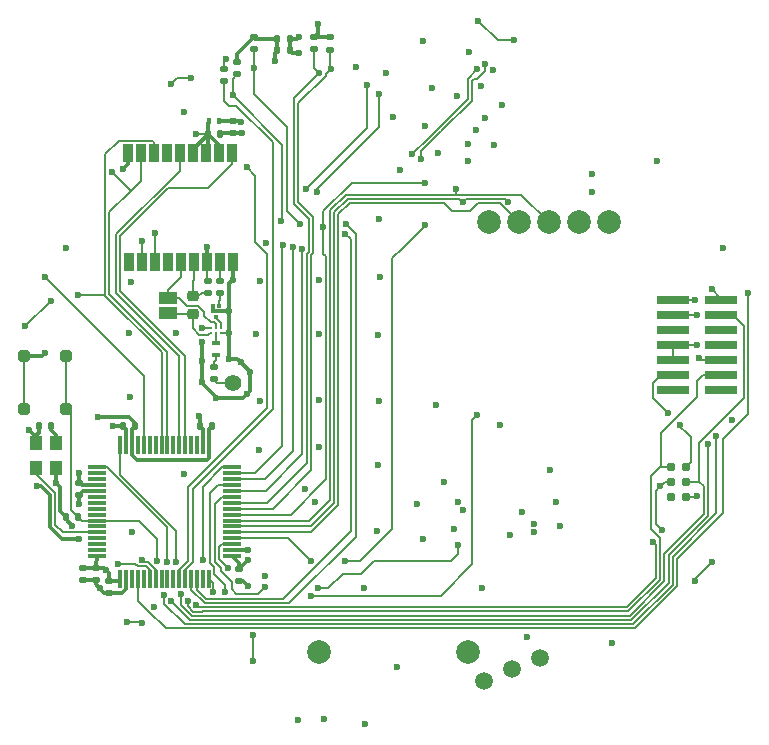
<source format=gbr>
%TF.GenerationSoftware,KiCad,Pcbnew,9.0.0*%
%TF.CreationDate,2025-02-26T14:49:23+01:00*%
%TF.ProjectId,relativeGPS,72656c61-7469-4766-9547-50532e6b6963,rev?*%
%TF.SameCoordinates,Original*%
%TF.FileFunction,Copper,L4,Bot*%
%TF.FilePolarity,Positive*%
%FSLAX46Y46*%
G04 Gerber Fmt 4.6, Leading zero omitted, Abs format (unit mm)*
G04 Created by KiCad (PCBNEW 9.0.0) date 2025-02-26 14:49:23*
%MOMM*%
%LPD*%
G01*
G04 APERTURE LIST*
G04 Aperture macros list*
%AMRoundRect*
0 Rectangle with rounded corners*
0 $1 Rounding radius*
0 $2 $3 $4 $5 $6 $7 $8 $9 X,Y pos of 4 corners*
0 Add a 4 corners polygon primitive as box body*
4,1,4,$2,$3,$4,$5,$6,$7,$8,$9,$2,$3,0*
0 Add four circle primitives for the rounded corners*
1,1,$1+$1,$2,$3*
1,1,$1+$1,$4,$5*
1,1,$1+$1,$6,$7*
1,1,$1+$1,$8,$9*
0 Add four rect primitives between the rounded corners*
20,1,$1+$1,$2,$3,$4,$5,0*
20,1,$1+$1,$4,$5,$6,$7,0*
20,1,$1+$1,$6,$7,$8,$9,0*
20,1,$1+$1,$8,$9,$2,$3,0*%
G04 Aperture macros list end*
%TA.AperFunction,ComponentPad*%
%ADD10C,1.500000*%
%TD*%
%TA.AperFunction,ComponentPad*%
%ADD11C,1.400000*%
%TD*%
%TA.AperFunction,ComponentPad*%
%ADD12C,2.000000*%
%TD*%
%TA.AperFunction,SMDPad,CuDef*%
%ADD13RoundRect,0.135000X0.185000X-0.135000X0.185000X0.135000X-0.185000X0.135000X-0.185000X-0.135000X0*%
%TD*%
%TA.AperFunction,SMDPad,CuDef*%
%ADD14RoundRect,0.135000X-0.135000X-0.185000X0.135000X-0.185000X0.135000X0.185000X-0.135000X0.185000X0*%
%TD*%
%TA.AperFunction,SMDPad,CuDef*%
%ADD15RoundRect,0.135000X-0.185000X0.135000X-0.185000X-0.135000X0.185000X-0.135000X0.185000X0.135000X0*%
%TD*%
%TA.AperFunction,SMDPad,CuDef*%
%ADD16R,2.790000X0.740000*%
%TD*%
%TA.AperFunction,SMDPad,CuDef*%
%ADD17RoundRect,0.135000X0.135000X0.185000X-0.135000X0.185000X-0.135000X-0.185000X0.135000X-0.185000X0*%
%TD*%
%TA.AperFunction,SMDPad,CuDef*%
%ADD18RoundRect,0.250000X0.250000X-0.250000X0.250000X0.250000X-0.250000X0.250000X-0.250000X-0.250000X0*%
%TD*%
%TA.AperFunction,SMDPad,CuDef*%
%ADD19R,0.400000X0.500000*%
%TD*%
%TA.AperFunction,SMDPad,CuDef*%
%ADD20RoundRect,0.225000X0.250000X-0.225000X0.250000X0.225000X-0.250000X0.225000X-0.250000X-0.225000X0*%
%TD*%
%TA.AperFunction,SMDPad,CuDef*%
%ADD21R,0.375000X0.300000*%
%TD*%
%TA.AperFunction,SMDPad,CuDef*%
%ADD22R,1.500000X1.000000*%
%TD*%
%TA.AperFunction,SMDPad,CuDef*%
%ADD23R,1.100000X1.300000*%
%TD*%
%TA.AperFunction,SMDPad,CuDef*%
%ADD24R,0.660000X0.410000*%
%TD*%
%TA.AperFunction,SMDPad,CuDef*%
%ADD25R,0.900000X1.600000*%
%TD*%
%TA.AperFunction,SMDPad,CuDef*%
%ADD26C,0.787000*%
%TD*%
%TA.AperFunction,SMDPad,CuDef*%
%ADD27R,0.250000X0.250000*%
%TD*%
%TA.AperFunction,SMDPad,CuDef*%
%ADD28RoundRect,0.075000X-0.700000X-0.075000X0.700000X-0.075000X0.700000X0.075000X-0.700000X0.075000X0*%
%TD*%
%TA.AperFunction,SMDPad,CuDef*%
%ADD29RoundRect,0.075000X-0.075000X-0.700000X0.075000X-0.700000X0.075000X0.700000X-0.075000X0.700000X0*%
%TD*%
%TA.AperFunction,ViaPad*%
%ADD30C,0.600000*%
%TD*%
%TA.AperFunction,Conductor*%
%ADD31C,0.150000*%
%TD*%
%TA.AperFunction,Conductor*%
%ADD32C,0.300000*%
%TD*%
G04 APERTURE END LIST*
D10*
%TO.P,SW1,1*%
%TO.N,unconnected-(SW1-Pad1)*%
X107708353Y-125246951D03*
%TO.P,SW1,2*%
%TO.N,+BATT*%
X110055007Y-124274935D03*
%TO.P,SW1,3*%
%TO.N,+3V0*%
X112401661Y-123302919D03*
%TD*%
D11*
%TO.P,ANT1,1*%
%TO.N,Net-(ANT1-Pad1)*%
X86415000Y-100015000D03*
%TD*%
D12*
%TO.P,U10,1,GND*%
%TO.N,GND*%
X118230000Y-86400000D03*
%TO.P,U10,2,TX*%
%TO.N,/RYLR998_TX*%
X115690000Y-86400000D03*
%TO.P,U10,3,RX*%
%TO.N,/RYLR998_RX*%
X113150000Y-86400000D03*
%TO.P,U10,4,NRST*%
%TO.N,/RYLR998_NRST*%
X110610000Y-86400000D03*
%TO.P,U10,5,VDD*%
%TO.N,Net-(U10-VDD)*%
X108070000Y-86400000D03*
%TD*%
D13*
%TO.P,R15,1*%
%TO.N,/SD_CLK*%
X85700000Y-74500000D03*
%TO.P,R15,2*%
%TO.N,Net-(CN4-CLK)*%
X85700000Y-73480000D03*
%TD*%
D14*
%TO.P,C6,1*%
%TO.N,/GPS/3V3_TESEO_FILTERED*%
X84300000Y-79000000D03*
%TO.P,C6,2*%
%TO.N,GND*%
X85320000Y-79000000D03*
%TD*%
D15*
%TO.P,C35,1*%
%TO.N,+3.3V*%
X86900000Y-115780000D03*
%TO.P,C35,2*%
%TO.N,GND*%
X86900000Y-116800000D03*
%TD*%
D13*
%TO.P,R6,1*%
%TO.N,/GPS/ANTOFF*%
X84300000Y-92410000D03*
%TO.P,R6,2*%
%TO.N,GND*%
X84300000Y-91390000D03*
%TD*%
D14*
%TO.P,C28,1*%
%TO.N,+3.3V*%
X69999999Y-103700000D03*
%TO.P,C28,2*%
%TO.N,Net-(U12-STBY)*%
X71019999Y-103700000D03*
%TD*%
D16*
%TO.P,CN1,1,1*%
%TO.N,unconnected-(CN1-Pad1)*%
X123680000Y-100660000D03*
%TO.P,CN1,2,2*%
%TO.N,unconnected-(CN1-Pad2)*%
X127750000Y-100660000D03*
%TO.P,CN1,3,VCC*%
%TO.N,+3.3V*%
X123680000Y-99390000D03*
%TO.P,CN1,4,SWDIO*%
%TO.N,/SWDIO*%
X127750000Y-99390000D03*
%TO.P,CN1,5,GND*%
%TO.N,GND*%
X123680000Y-98120000D03*
%TO.P,CN1,6,SWCLK*%
%TO.N,/SWCLK*%
X127750000Y-98120000D03*
%TO.P,CN1,7,GND*%
%TO.N,GND*%
X123680000Y-96850000D03*
%TO.P,CN1,8,SWO*%
%TO.N,unconnected-(CN1-SWO-Pad8)*%
X127750000Y-96850000D03*
%TO.P,CN1,9,9*%
%TO.N,unconnected-(CN1-Pad9)*%
X123680000Y-95580000D03*
%TO.P,CN1,10,10*%
%TO.N,unconnected-(CN1-Pad10)*%
X127750000Y-95580000D03*
%TO.P,CN1,11,GNDDETECT*%
%TO.N,GND*%
X123680000Y-94310000D03*
%TO.P,CN1,12,NRST*%
%TO.N,/NRST*%
X127750000Y-94310000D03*
%TO.P,CN1,13,VCP_TX*%
%TO.N,/UART_RX*%
X123680000Y-93040000D03*
%TO.P,CN1,14,VCP_RX*%
%TO.N,/UART_TX*%
X127750000Y-93040000D03*
%TD*%
D17*
%TO.P,C34,1*%
%TO.N,+3.3V*%
X84610000Y-103700000D03*
%TO.P,C34,2*%
%TO.N,GND*%
X83590000Y-103700000D03*
%TD*%
D15*
%TO.P,R11,1*%
%TO.N,+3.3V*%
X93300000Y-70780000D03*
%TO.P,R11,2*%
%TO.N,/SD_DAT0*%
X93300000Y-71800000D03*
%TD*%
D18*
%TO.P,SW4,1*%
%TO.N,/NRST*%
X72250000Y-102250000D03*
X72250000Y-97750000D03*
%TO.P,SW4,2*%
%TO.N,GND*%
X68750000Y-102250000D03*
X68750000Y-97750000D03*
%TD*%
D19*
%TO.P,L3,1,1*%
%TO.N,+3.3V_GPS*%
X85200000Y-77900000D03*
%TO.P,L3,2,2*%
%TO.N,/GPS/3V3_TESEO_FILTERED*%
X84400000Y-77900000D03*
%TD*%
D13*
%TO.P,C4,1*%
%TO.N,Net-(U5-OUT)*%
X85300000Y-92420000D03*
%TO.P,C4,2*%
%TO.N,Net-(U6-RF_IN)*%
X85300000Y-91400000D03*
%TD*%
D20*
%TO.P,R2,1*%
%TO.N,Net-(U3-PON)*%
X83000000Y-94250000D03*
%TO.P,R2,2*%
%TO.N,/GPS/ANTOFF*%
X83000000Y-92700000D03*
%TD*%
D17*
%TO.P,C33,1*%
%TO.N,+3.3V*%
X78110000Y-103700000D03*
%TO.P,C33,2*%
%TO.N,GND*%
X77090000Y-103700000D03*
%TD*%
D15*
%TO.P,C31,1*%
%TO.N,+3.3V*%
X74800000Y-115690000D03*
%TO.P,C31,2*%
%TO.N,GND*%
X74800000Y-116710000D03*
%TD*%
%TO.P,C32,1*%
%TO.N,+3.3V*%
X73400000Y-108490000D03*
%TO.P,C32,2*%
%TO.N,GND*%
X73400000Y-109510000D03*
%TD*%
%TO.P,R13,1*%
%TO.N,+3.3V*%
X86800000Y-72900000D03*
%TO.P,R13,2*%
%TO.N,/SD_DAT2*%
X86800000Y-73920000D03*
%TD*%
D21*
%TO.P,U5,1,IN*%
%TO.N,Net-(U3-OUT)*%
X84987500Y-94500000D03*
%TO.P,U5,2,GND*%
%TO.N,GND*%
X84700000Y-94000000D03*
%TO.P,U5,3,GND*%
X84700000Y-93500000D03*
%TO.P,U5,4,OUT*%
%TO.N,Net-(U5-OUT)*%
X85275000Y-93500000D03*
%TO.P,U5,5,GND*%
%TO.N,GND*%
X85275000Y-94000000D03*
%TD*%
D22*
%TO.P,CN2,1*%
%TO.N,/GPS/3V3_RF*%
X80900000Y-92850000D03*
%TO.P,CN2,2*%
%TO.N,Net-(U3-PON)*%
X80900000Y-94150000D03*
%TD*%
D13*
%TO.P,C1,1*%
%TO.N,Net-(ANT1-Pad1)*%
X84800000Y-99720000D03*
%TO.P,C1,2*%
%TO.N,Net-(C1-Pad2)*%
X84800000Y-98700000D03*
%TD*%
D15*
%TO.P,C36,1*%
%TO.N,+3.3V*%
X73700000Y-115690000D03*
%TO.P,C36,2*%
%TO.N,GND*%
X73700000Y-116710000D03*
%TD*%
D23*
%TO.P,U12,1,STBY*%
%TO.N,Net-(U12-STBY)*%
X71425000Y-105150000D03*
%TO.P,U12,2,GND*%
%TO.N,GND*%
X71425000Y-107250000D03*
%TO.P,U12,3,Out*%
%TO.N,Net-(U11-PH0-OSC_IN)*%
X69775000Y-107250000D03*
%TO.P,U12,4,VCC*%
%TO.N,+3.3V*%
X69775000Y-105150000D03*
%TD*%
D24*
%TO.P,L1,1,1*%
%TO.N,Net-(C1-Pad2)*%
X85000000Y-97710000D03*
%TO.P,L1,2,2*%
%TO.N,Net-(U3-IN)*%
X85000000Y-96700000D03*
%TD*%
D12*
%TO.P,B7,1*%
%TO.N,+BATT*%
X106350000Y-122850000D03*
%TO.P,B7,2*%
%TO.N,GND*%
X93700000Y-122850000D03*
%TD*%
D14*
%TO.P,C26,1*%
%TO.N,+3.3V*%
X90190000Y-70900000D03*
%TO.P,C26,2*%
%TO.N,GND*%
X91210000Y-70900000D03*
%TD*%
D15*
%TO.P,R12,1*%
%TO.N,+3.3V*%
X94600000Y-70800000D03*
%TO.P,R12,2*%
%TO.N,/SD_DAT1*%
X94600000Y-71820000D03*
%TD*%
D25*
%TO.P,U6,1,GND*%
%TO.N,GND*%
X77500000Y-80600000D03*
%TO.P,U6,2,TX*%
%TO.N,/TESEO_TX*%
X78600000Y-80600000D03*
%TO.P,U6,3,RX*%
%TO.N,/TESEO_RX*%
X79700000Y-80600000D03*
%TO.P,U6,4,PPS*%
%TO.N,unconnected-(U6-PPS-Pad4)*%
X80800000Y-80600000D03*
%TO.P,U6,5,Wake_up*%
%TO.N,/TESEO_WKUP*%
X81900000Y-80600000D03*
%TO.P,U6,6,Vbat*%
%TO.N,/GPS/3V3_TESEO_FILTERED*%
X83000000Y-80600000D03*
%TO.P,U6,7,VCC_IO*%
X84100000Y-80600000D03*
%TO.P,U6,8,VCC*%
X85200000Y-80600000D03*
%TO.P,U6,9,NRST*%
%TO.N,/TESEO_NRST*%
X86300000Y-80600000D03*
%TO.P,U6,10,GND_RF*%
%TO.N,GND*%
X86400000Y-89800000D03*
%TO.P,U6,11,RF_IN*%
%TO.N,Net-(U6-RF_IN)*%
X85300000Y-89800000D03*
%TO.P,U6,12,GND_RF*%
%TO.N,GND*%
X84200000Y-89800000D03*
%TO.P,U6,13,AntOFF*%
%TO.N,/GPS/ANTOFF*%
X83100000Y-89800000D03*
%TO.P,U6,14,VCC_RF*%
%TO.N,/GPS/3V3_RF*%
X82000000Y-89800000D03*
%TO.P,U6,15,NC*%
%TO.N,unconnected-(U6-NC-Pad15)*%
X80900000Y-89800000D03*
%TO.P,U6,16,SDA*%
%TO.N,/SDA*%
X79800000Y-89800000D03*
%TO.P,U6,17,SCL*%
%TO.N,/SCL*%
X78700000Y-89800000D03*
%TO.P,U6,18,NC*%
%TO.N,unconnected-(U6-NC-Pad18)*%
X77600000Y-89800000D03*
%TD*%
D26*
%TO.P,CN3,1,VDD*%
%TO.N,+3.3V*%
X124820000Y-107130000D03*
%TO.P,CN3,2,SWDIO*%
%TO.N,/SWDIO*%
X123550000Y-107130000D03*
%TO.P,CN3,3,NRST*%
%TO.N,/NRST*%
X124820000Y-108400000D03*
%TO.P,CN3,4,SWCLK*%
%TO.N,/SWCLK*%
X123550000Y-108400000D03*
%TO.P,CN3,5,GND*%
%TO.N,GND*%
X124820000Y-109670000D03*
%TO.P,CN3,6,SWO*%
%TO.N,unconnected-(CN3-SWO-Pad6)*%
X123550000Y-109670000D03*
%TD*%
D17*
%TO.P,C29,1*%
%TO.N,/NRST*%
X73300000Y-111400000D03*
%TO.P,C29,2*%
%TO.N,GND*%
X72280000Y-111400000D03*
%TD*%
D15*
%TO.P,C5,1*%
%TO.N,+3.3V_GPS*%
X86400000Y-77890000D03*
%TO.P,C5,2*%
%TO.N,GND*%
X86400000Y-78910000D03*
%TD*%
%TO.P,R14,1*%
%TO.N,+3.3V*%
X88200000Y-70790000D03*
%TO.P,R14,2*%
%TO.N,/SD_DAT3*%
X88200000Y-71810000D03*
%TD*%
%TO.P,C17,1*%
%TO.N,+3.3V*%
X75900000Y-116790000D03*
%TO.P,C17,2*%
%TO.N,GND*%
X75900000Y-117810000D03*
%TD*%
D14*
%TO.P,C27,1*%
%TO.N,+3.3V*%
X90190000Y-71900000D03*
%TO.P,C27,2*%
%TO.N,GND*%
X91210000Y-71900000D03*
%TD*%
D27*
%TO.P,U3,1,GND*%
%TO.N,GND*%
X84600000Y-95400000D03*
%TO.P,U3,2,VCC*%
%TO.N,/GPS/3V3_RF*%
X85000000Y-95400000D03*
%TO.P,U3,3,OUT*%
%TO.N,Net-(U3-OUT)*%
X85400000Y-95400000D03*
%TO.P,U3,4,GNDRF*%
%TO.N,GND*%
X85400000Y-95800000D03*
%TO.P,U3,5,IN*%
%TO.N,Net-(U3-IN)*%
X85000000Y-95800000D03*
%TO.P,U3,6,PON*%
%TO.N,Net-(U3-PON)*%
X84600000Y-95800000D03*
%TD*%
D28*
%TO.P,U11,1,VBAT*%
%TO.N,+3.3V*%
X74950000Y-114700000D03*
%TO.P,U11,2,PC13*%
%TO.N,unconnected-(U11-PC13-Pad2)*%
X74950000Y-114200000D03*
%TO.P,U11,3,PC14-OSC32_IN*%
%TO.N,unconnected-(U11-PC14-OSC32_IN-Pad3)*%
X74950000Y-113700000D03*
%TO.P,U11,4,PC15-OSC32_OUT*%
%TO.N,unconnected-(U11-PC15-OSC32_OUT-Pad4)*%
X74950000Y-113200000D03*
%TO.P,U11,5,PH0-OSC_IN*%
%TO.N,Net-(U11-PH0-OSC_IN)*%
X74950000Y-112700000D03*
%TO.P,U11,6,PH1-OSC_OUT*%
%TO.N,unconnected-(U11-PH1-OSC_OUT-Pad6)*%
X74950000Y-112200000D03*
%TO.P,U11,7,NRST*%
%TO.N,/NRST*%
X74950000Y-111700000D03*
%TO.P,U11,8,PC0*%
%TO.N,unconnected-(U11-PC0-Pad8)*%
X74950000Y-111200000D03*
%TO.P,U11,9,PC1*%
%TO.N,unconnected-(U11-PC1-Pad9)*%
X74950000Y-110700000D03*
%TO.P,U11,10,PC2*%
%TO.N,unconnected-(U11-PC2-Pad10)*%
X74950000Y-110200000D03*
%TO.P,U11,11,PC3*%
%TO.N,unconnected-(U11-PC3-Pad11)*%
X74950000Y-109700000D03*
%TO.P,U11,12,VSSA*%
%TO.N,GND*%
X74950000Y-109200000D03*
%TO.P,U11,13,VDDA*%
%TO.N,+3.3V*%
X74950000Y-108700000D03*
%TO.P,U11,14,PA0*%
%TO.N,unconnected-(U11-PA0-Pad14)*%
X74950000Y-108200000D03*
%TO.P,U11,15,PA1*%
%TO.N,unconnected-(U11-PA1-Pad15)*%
X74950000Y-107700000D03*
%TO.P,U11,16,PA2*%
%TO.N,/UART_TX*%
X74950000Y-107200000D03*
D29*
%TO.P,U11,17,PA3*%
%TO.N,/UART_RX*%
X76875000Y-105275000D03*
%TO.P,U11,18,VSS*%
%TO.N,GND*%
X77375000Y-105275000D03*
%TO.P,U11,19,VDD*%
%TO.N,+3.3V*%
X77875000Y-105275000D03*
%TO.P,U11,20,PA4*%
%TO.N,unconnected-(U11-PA4-Pad20)*%
X78375000Y-105275000D03*
%TO.P,U11,21,PA5*%
%TO.N,/BUTTON_1*%
X78875000Y-105275000D03*
%TO.P,U11,22,PA6*%
%TO.N,unconnected-(U11-PA6-Pad22)*%
X79375000Y-105275000D03*
%TO.P,U11,23,PA7*%
%TO.N,unconnected-(U11-PA7-Pad23)*%
X79875000Y-105275000D03*
%TO.P,U11,24,PC4*%
%TO.N,/TESEO_RX*%
X80375000Y-105275000D03*
%TO.P,U11,25,PC5*%
%TO.N,/TESEO_TX*%
X80875000Y-105275000D03*
%TO.P,U11,26,PB0*%
%TO.N,unconnected-(U11-PB0-Pad26)*%
X81375000Y-105275000D03*
%TO.P,U11,27,PB1*%
%TO.N,/TESEO_WKUP*%
X81875000Y-105275000D03*
%TO.P,U11,28,PB2*%
%TO.N,/TESEO_NRST*%
X82375000Y-105275000D03*
%TO.P,U11,29,PB10*%
%TO.N,unconnected-(U11-PB10-Pad29)*%
X82875000Y-105275000D03*
%TO.P,U11,30,PB11*%
%TO.N,unconnected-(U11-PB11-Pad30)*%
X83375000Y-105275000D03*
%TO.P,U11,31,VSS*%
%TO.N,GND*%
X83875000Y-105275000D03*
%TO.P,U11,32,VDD*%
%TO.N,+3.3V*%
X84375000Y-105275000D03*
D28*
%TO.P,U11,33,PB12*%
%TO.N,/3V3_RYLR_EN*%
X86300000Y-107200000D03*
%TO.P,U11,34,PB13*%
%TO.N,/MAG_ACC_DRDY*%
X86300000Y-107700000D03*
%TO.P,U11,35,PB14*%
%TO.N,/MAG_ACC_INT1*%
X86300000Y-108200000D03*
%TO.P,U11,36,PB15*%
%TO.N,/LED_DATA*%
X86300000Y-108700000D03*
%TO.P,U11,37,PC6*%
%TO.N,/MAG_ACC_INT2*%
X86300000Y-109200000D03*
%TO.P,U11,38,PC7*%
%TO.N,/3V3_TESEO_EN*%
X86300000Y-109700000D03*
%TO.P,U11,39,PC8*%
%TO.N,/SD_DAT0*%
X86300000Y-110200000D03*
%TO.P,U11,40,PC9*%
%TO.N,/SD_DAT1*%
X86300000Y-110700000D03*
%TO.P,U11,41,PA8*%
%TO.N,/SD_DETECT*%
X86300000Y-111200000D03*
%TO.P,U11,42,PA9*%
%TO.N,/RYLR998_RX*%
X86300000Y-111700000D03*
%TO.P,U11,43,PA10*%
%TO.N,/RYLR998_TX*%
X86300000Y-112200000D03*
%TO.P,U11,44,PA11*%
%TO.N,/RYLR998_NRST*%
X86300000Y-112700000D03*
%TO.P,U11,45,PA12*%
%TO.N,/1V8_ACC_MAG_EN*%
X86300000Y-113200000D03*
%TO.P,U11,46,PA13*%
%TO.N,/SWDIO*%
X86300000Y-113700000D03*
%TO.P,U11,47,VSS*%
%TO.N,GND*%
X86300000Y-114200000D03*
%TO.P,U11,48,VDD*%
%TO.N,+3.3V*%
X86300000Y-114700000D03*
D29*
%TO.P,U11,49,PA14*%
%TO.N,/SWCLK*%
X84375000Y-116625000D03*
%TO.P,U11,50,PA15*%
%TO.N,unconnected-(U11-PA15-Pad50)*%
X83875000Y-116625000D03*
%TO.P,U11,51,PC10*%
%TO.N,/SD_DAT2*%
X83375000Y-116625000D03*
%TO.P,U11,52,PC11*%
%TO.N,/SD_DAT3*%
X82875000Y-116625000D03*
%TO.P,U11,53,PC12*%
%TO.N,/SD_CLK*%
X82375000Y-116625000D03*
%TO.P,U11,54,PD2*%
%TO.N,/SD_CMD*%
X81875000Y-116625000D03*
%TO.P,U11,55,PB3*%
%TO.N,unconnected-(U11-PB3-Pad55)*%
X81375000Y-116625000D03*
%TO.P,U11,56,PB4*%
%TO.N,unconnected-(U11-PB4-Pad56)*%
X80875000Y-116625000D03*
%TO.P,U11,57,PB5*%
%TO.N,unconnected-(U11-PB5-Pad57)*%
X80375000Y-116625000D03*
%TO.P,U11,58,PB6*%
%TO.N,/SCL*%
X79875000Y-116625000D03*
%TO.P,U11,59,PB7*%
%TO.N,/SDA*%
X79375000Y-116625000D03*
%TO.P,U11,60,PH3-BOOT0*%
%TO.N,unconnected-(U11-PH3-BOOT0-Pad60)*%
X78875000Y-116625000D03*
%TO.P,U11,61,PB8*%
%TO.N,/BUTTON_2*%
X78375000Y-116625000D03*
%TO.P,U11,62,PB9*%
%TO.N,unconnected-(U11-PB9-Pad62)*%
X77875000Y-116625000D03*
%TO.P,U11,63,VSS*%
%TO.N,GND*%
X77375000Y-116625000D03*
%TO.P,U11,64,VDD*%
%TO.N,+3.3V*%
X76875000Y-116625000D03*
%TD*%
D30*
%TO.N,GND*%
X113800000Y-110100000D03*
X76300000Y-103700000D03*
X93700000Y-95900000D03*
X105500000Y-110100000D03*
X125700000Y-94300000D03*
X88700000Y-91400000D03*
X100300000Y-124100000D03*
X109200000Y-76500000D03*
X109000000Y-103600000D03*
X111899999Y-112000000D03*
X96800000Y-73300000D03*
X106300000Y-81300000D03*
X93700000Y-105500000D03*
X97500000Y-117400000D03*
X100600000Y-82000000D03*
X103600000Y-101900000D03*
X93700000Y-91300000D03*
X113300000Y-107400000D03*
X127900000Y-88600000D03*
X93700000Y-101500000D03*
X73400000Y-110300000D03*
X92500000Y-109000000D03*
X71400000Y-108500000D03*
X108412960Y-73530726D03*
X81600000Y-95800000D03*
X83786799Y-96550000D03*
X85000000Y-101300000D03*
X88700000Y-101600000D03*
X83800000Y-95400000D03*
X70500000Y-97500000D03*
X102500000Y-71100000D03*
X107500000Y-117400000D03*
X86100000Y-98000000D03*
X77700000Y-101200000D03*
X86100000Y-95800000D03*
X77900000Y-112700000D03*
X83800000Y-98200000D03*
X111899999Y-112700000D03*
X91900000Y-128600000D03*
X105430511Y-75725000D03*
X87200000Y-78900000D03*
X92000000Y-72100000D03*
X93400000Y-110100000D03*
X92001985Y-70775000D03*
X82300000Y-107800000D03*
X106300000Y-79800000D03*
X105100000Y-112400000D03*
X107430511Y-74950000D03*
X108500000Y-79900000D03*
X69800000Y-108800000D03*
X87900000Y-99100000D03*
X72300000Y-88600000D03*
X116800000Y-83900000D03*
X88600000Y-105700000D03*
X75200000Y-117400000D03*
X98700000Y-107000000D03*
X79705380Y-119005381D03*
X128656587Y-103156587D03*
X111300000Y-121600000D03*
X77800000Y-91500000D03*
X77100000Y-81900000D03*
X73350000Y-113275000D03*
X83800000Y-100000000D03*
X125700000Y-96800000D03*
X87600000Y-101000000D03*
X98800000Y-101600000D03*
X87100000Y-98300000D03*
X107800000Y-77600000D03*
X97600000Y-128900000D03*
X82300000Y-77100000D03*
X86400000Y-91300000D03*
X118550000Y-122100000D03*
X89100000Y-116400000D03*
X98600000Y-112600000D03*
X83550000Y-102850000D03*
X89200000Y-88200000D03*
X103800000Y-80600000D03*
X72800000Y-112125000D03*
X125700000Y-109650000D03*
X87713096Y-117277379D03*
X122300000Y-81300000D03*
X84200000Y-88500000D03*
X98900000Y-91100000D03*
X98700000Y-96000000D03*
X87709620Y-114190380D03*
X77600000Y-95800000D03*
X86100000Y-94000000D03*
X88400000Y-95900000D03*
%TO.N,+5V*%
X105900000Y-110800000D03*
X114099999Y-112200000D03*
X102500000Y-113300000D03*
X110899999Y-111000000D03*
%TO.N,/GPS/3V3_TESEO_FILTERED*%
X83300000Y-79000000D03*
%TO.N,+1V8*%
X103300000Y-75100000D03*
X106400000Y-72000000D03*
X107000000Y-78600000D03*
%TO.N,+3.3V*%
X74975000Y-102900000D03*
X90000000Y-72800000D03*
X93600000Y-69625000D03*
X94100000Y-128500000D03*
X123250000Y-102600000D03*
X99400000Y-73800000D03*
X87700000Y-115000000D03*
X100000000Y-77500000D03*
X75700000Y-115900000D03*
X102000000Y-110300000D03*
X69150000Y-104000000D03*
X73400000Y-107700000D03*
X124300000Y-103650000D03*
%TO.N,/3V3_RYLR_EN*%
X105500000Y-113800000D03*
X83900000Y-115000000D03*
X93600000Y-117400000D03*
%TO.N,/3V3_TESEO_EN*%
X93000000Y-118100000D03*
X107100000Y-102800000D03*
X89100000Y-117300000D03*
%TO.N,/SCL*%
X78722044Y-115000000D03*
X93500000Y-83900000D03*
X78700000Y-88050000D03*
X98750000Y-75600000D03*
%TO.N,/SDA*%
X97800000Y-74800000D03*
X79800000Y-87350000D03*
X76696987Y-115359231D03*
X92646270Y-83650311D03*
%TO.N,/MAG_ACC_INT1*%
X101600000Y-80700000D03*
X107100000Y-73500000D03*
X91500000Y-88506587D03*
%TO.N,/MAG_ACC_DRDY*%
X90680252Y-88393745D03*
%TO.N,/MAG_ACC_INT2*%
X102350000Y-81100000D03*
X107767170Y-73058541D03*
X92303686Y-88695497D03*
%TO.N,/TESEO_RX*%
X73300000Y-92600000D03*
%TO.N,/TESEO_TX*%
X76175000Y-82200000D03*
%TO.N,/NRST*%
X80000000Y-115100000D03*
X82000000Y-117900000D03*
%TO.N,/UART_RX*%
X125550000Y-93000000D03*
X81197995Y-118531773D03*
X81595624Y-115202621D03*
X126606587Y-105206587D03*
%TO.N,/1V8_ACC_MAG_EN*%
X95900000Y-115100000D03*
X102650000Y-86700000D03*
X93000000Y-115100000D03*
%TO.N,/RYLR998_RX*%
X105300000Y-83600000D03*
%TO.N,/RYLR998_TX*%
X105900000Y-84700000D03*
X109724087Y-84700913D03*
%TO.N,/UART_TX*%
X80795922Y-115180699D03*
X80600000Y-118000000D03*
X126950000Y-92100000D03*
X127350000Y-104550000D03*
%TO.N,/SWDIO*%
X82584456Y-118492228D03*
X86013973Y-115686027D03*
%TO.N,/SWCLK*%
X84700000Y-117775000D03*
X122706587Y-112493413D03*
X125850000Y-97900000D03*
X122025000Y-113500000D03*
X83300000Y-118850000D03*
X122600000Y-108750000D03*
%TO.N,/SD_DAT0*%
X93700000Y-73800000D03*
%TO.N,/SD_DAT3*%
X88200000Y-73400000D03*
X96000000Y-86600000D03*
X92100000Y-86600000D03*
%TO.N,/SD_CMD*%
X87600000Y-81800000D03*
%TO.N,/SD_DETECT*%
X94077360Y-86850000D03*
X102650000Y-83100000D03*
%TO.N,/SD_DAT1*%
X94700000Y-73500000D03*
%TO.N,/SD_DAT2*%
X86400000Y-75700000D03*
X90475001Y-86355839D03*
X95924999Y-87396479D03*
%TO.N,Net-(D2-DOUT)*%
X125500000Y-116850000D03*
X126950000Y-115200000D03*
%TO.N,Net-(D4-DOUT)*%
X110200000Y-71050000D03*
X107200000Y-69400000D03*
%TO.N,Net-(D5-DOUT)*%
X81150000Y-74750000D03*
X82900000Y-74250000D03*
%TO.N,Net-(D6-DOUT)*%
X68850000Y-95250000D03*
X71000000Y-93100000D03*
%TO.N,Net-(D7-DOUT)*%
X78750000Y-120350000D03*
X77450000Y-120300000D03*
%TO.N,/BUTTON_1*%
X70500000Y-91100000D03*
%TO.N,/BUTTON_2*%
X130000000Y-92450000D03*
%TO.N,/LED_DATA*%
X85750000Y-117775000D03*
X88100000Y-121400000D03*
X88100000Y-123600000D03*
%TO.N,+3V0*%
X109900000Y-112950000D03*
X102700000Y-78300000D03*
%TO.N,Net-(CN4-CLK)*%
X85800000Y-72600000D03*
%TO.N,+3.3V_GPS*%
X98800000Y-86200000D03*
X87113377Y-77935881D03*
%TO.N,+3.3V_LORA*%
X104300000Y-108400000D03*
X116800000Y-82400000D03*
%TD*%
D31*
%TO.N,Net-(ANT1-Pad1)*%
X86415000Y-100015000D02*
X85095000Y-100015000D01*
X85095000Y-100015000D02*
X84800000Y-99720000D01*
%TO.N,Net-(C1-Pad2)*%
X84800000Y-98300000D02*
X85000000Y-98100000D01*
X85000000Y-98100000D02*
X85000000Y-97710000D01*
X84800000Y-98700000D02*
X84800000Y-98300000D01*
D32*
%TO.N,GND*%
X84200000Y-89800000D02*
X84200000Y-88500000D01*
X73400000Y-109510000D02*
X73400000Y-110300000D01*
X77375000Y-105275000D02*
X77375000Y-103985000D01*
X75510000Y-117810000D02*
X75900000Y-117810000D01*
X83590000Y-103700000D02*
X83590000Y-102890000D01*
X87900000Y-100700000D02*
X87600000Y-101000000D01*
X71775000Y-108875000D02*
X71400000Y-108500000D01*
D31*
X77500000Y-80700000D02*
X77400000Y-80800000D01*
X77500000Y-80600000D02*
X77500000Y-80700000D01*
D32*
X77375000Y-103985000D02*
X77090000Y-103700000D01*
D31*
X123680000Y-96850000D02*
X123680000Y-98120000D01*
D32*
X86300000Y-114200000D02*
X87700000Y-114200000D01*
X75200000Y-117400000D02*
X75200000Y-117500000D01*
X77090000Y-103700000D02*
X76300000Y-103700000D01*
X77375000Y-117503120D02*
X77068120Y-117810000D01*
X86400000Y-89800000D02*
X86400000Y-91300000D01*
X74800000Y-116710000D02*
X74800000Y-117100000D01*
D31*
X68750000Y-102250000D02*
X68750000Y-97750000D01*
D32*
X83800000Y-98200000D02*
X83800000Y-96563201D01*
D31*
X124820000Y-109670000D02*
X125680000Y-109670000D01*
D32*
X70925000Y-112226040D02*
X70925000Y-109526040D01*
X77068120Y-117810000D02*
X75900000Y-117810000D01*
D31*
X84600000Y-95400000D02*
X83800000Y-95400000D01*
D32*
X85410000Y-78910000D02*
X85320000Y-79000000D01*
X85000000Y-101300000D02*
X85000000Y-101229634D01*
X86100000Y-98000000D02*
X86800000Y-98000000D01*
X86900000Y-116800000D02*
X87235717Y-116800000D01*
X72280000Y-111400000D02*
X72280000Y-111605000D01*
X87700000Y-114200000D02*
X87709620Y-114190380D01*
X75100000Y-117400000D02*
X75200000Y-117400000D01*
X71425000Y-108475000D02*
X71400000Y-108500000D01*
X71775000Y-110895000D02*
X71775000Y-108875000D01*
X73350000Y-113275000D02*
X71973960Y-113275000D01*
X87600000Y-101000000D02*
X87300000Y-101300000D01*
X86100000Y-95800000D02*
X86100000Y-98000000D01*
X83875000Y-103985000D02*
X83590000Y-103700000D01*
X87900000Y-99100000D02*
X87900000Y-100700000D01*
X86100000Y-94000000D02*
X86100000Y-91600000D01*
D31*
X84200000Y-89800000D02*
X84200000Y-91290000D01*
D32*
X84700000Y-93500000D02*
X84700000Y-94000000D01*
X91410001Y-72100000D02*
X91210001Y-71900000D01*
X85275000Y-94000000D02*
X86100000Y-94000000D01*
X77500000Y-81500000D02*
X77100000Y-81900000D01*
X83590000Y-102890000D02*
X83550000Y-102850000D01*
X85000000Y-101229634D02*
X83800000Y-100029634D01*
X87100000Y-98300000D02*
X87900000Y-99100000D01*
X86800000Y-98000000D02*
X87100000Y-98300000D01*
D31*
X85400000Y-95800000D02*
X86100000Y-95800000D01*
D32*
X72280000Y-111605000D02*
X72800000Y-112125000D01*
X73400000Y-109510000D02*
X73710000Y-109200000D01*
X83800000Y-100029634D02*
X83800000Y-100000000D01*
X75200000Y-117500000D02*
X75510000Y-117810000D01*
X71973960Y-113275000D02*
X70925000Y-112226040D01*
X87190000Y-78910000D02*
X87200000Y-78900000D01*
D31*
X123680000Y-94310000D02*
X125690000Y-94310000D01*
X84200000Y-91290000D02*
X84300000Y-91390000D01*
D32*
X91876985Y-70900000D02*
X92001985Y-70775000D01*
X74800000Y-117100000D02*
X75100000Y-117400000D01*
X86100000Y-91600000D02*
X86400000Y-91300000D01*
D31*
X125680000Y-109670000D02*
X125700000Y-109650000D01*
D32*
X86100000Y-95800000D02*
X86100000Y-94000000D01*
D31*
X125690000Y-94310000D02*
X125700000Y-94300000D01*
D32*
X85070366Y-101300000D02*
X85070366Y-101300000D01*
X73700000Y-116710000D02*
X74800000Y-116710000D01*
X83800000Y-96563201D02*
X83786799Y-96550000D01*
X87300000Y-101300000D02*
X85000000Y-101300000D01*
X70925000Y-109526040D02*
X70198960Y-108800000D01*
X86400000Y-78910000D02*
X87190000Y-78910000D01*
X92000000Y-72100000D02*
X91410001Y-72100000D01*
X72280000Y-111400000D02*
X71775000Y-110895000D01*
X70198960Y-108800000D02*
X69800000Y-108800000D01*
X91210001Y-71900000D02*
X91210001Y-70900000D01*
X73710000Y-109200000D02*
X74950000Y-109200000D01*
D31*
X125650000Y-96850000D02*
X125700000Y-96800000D01*
D32*
X68750000Y-97750000D02*
X70250000Y-97750000D01*
X70250000Y-97750000D02*
X70500000Y-97500000D01*
X86400000Y-78910000D02*
X85410000Y-78910000D01*
X71425000Y-107250000D02*
X71425000Y-108475000D01*
X85275000Y-94000000D02*
X84700000Y-94000000D01*
X91210000Y-70900000D02*
X91876985Y-70900000D01*
X83875000Y-105275000D02*
X83875000Y-103985000D01*
X77500000Y-80600000D02*
X77500000Y-81500000D01*
X87235717Y-116800000D02*
X87713096Y-117277379D01*
D31*
X123680000Y-96850000D02*
X125650000Y-96850000D01*
D32*
X83800000Y-100000000D02*
X83800000Y-98200000D01*
X77375000Y-116625000D02*
X77375000Y-117503120D01*
D31*
%TO.N,Net-(U6-RF_IN)*%
X85300000Y-91400000D02*
X85300000Y-89800000D01*
%TO.N,Net-(U5-OUT)*%
X85300000Y-93000000D02*
X85275000Y-93025000D01*
X85300000Y-92420000D02*
X85300000Y-93000000D01*
X85275000Y-93025000D02*
X85275000Y-93500000D01*
D32*
%TO.N,/GPS/3V3_TESEO_FILTERED*%
X83000000Y-80600000D02*
X83000000Y-80300000D01*
D31*
X84300000Y-79000000D02*
X83300000Y-79000000D01*
D32*
X84300000Y-79000000D02*
X84300000Y-78000000D01*
X84300000Y-79000000D02*
X84300000Y-80400000D01*
X85200000Y-79900000D02*
X84300000Y-79000000D01*
X84300000Y-78000000D02*
X84400000Y-77900000D01*
X83000000Y-80300000D02*
X84300000Y-79000000D01*
X84300000Y-80400000D02*
X84100000Y-80600000D01*
X85200000Y-80600000D02*
X85200000Y-79900000D01*
%TO.N,+3.3V*%
X73610000Y-108700000D02*
X73400000Y-108490000D01*
X86900000Y-115300000D02*
X86300000Y-114700000D01*
X77875000Y-105275000D02*
X77875000Y-106175000D01*
X69775000Y-104625000D02*
X69150000Y-104000000D01*
X78110000Y-103700000D02*
X78110000Y-103410000D01*
X74950000Y-108700000D02*
X73610000Y-108700000D01*
X88310000Y-70900000D02*
X88200000Y-70790000D01*
X86920000Y-115780000D02*
X87700000Y-115000000D01*
X94600000Y-70800000D02*
X93320000Y-70800000D01*
D31*
X122660000Y-99390000D02*
X123680000Y-99390000D01*
D32*
X76490000Y-116790000D02*
X75900000Y-116790000D01*
X75900000Y-116790000D02*
X75900000Y-116100000D01*
X75490000Y-115690000D02*
X75700000Y-115900000D01*
D31*
X124300000Y-103750000D02*
X124300000Y-103650000D01*
D32*
X90000000Y-72089999D02*
X90189999Y-71900000D01*
D31*
X125213500Y-104663500D02*
X124850000Y-104300000D01*
D32*
X84375000Y-106425000D02*
X84375000Y-105275000D01*
X93600000Y-70480000D02*
X93300000Y-70780000D01*
X77800000Y-103100000D02*
X77600000Y-102900000D01*
X90189999Y-70900000D02*
X90189999Y-71900000D01*
X76700000Y-116800000D02*
X76500000Y-116800000D01*
X86900000Y-115780000D02*
X86900000Y-115300000D01*
X77600000Y-102900000D02*
X74975000Y-102900000D01*
X73700000Y-115690000D02*
X74800000Y-115690000D01*
X69775000Y-104475000D02*
X70000000Y-104250000D01*
X78300000Y-106600000D02*
X84200000Y-106600000D01*
X74800000Y-115690000D02*
X75490000Y-115690000D01*
X84375000Y-105275000D02*
X84375000Y-103935000D01*
D31*
X124850000Y-104300000D02*
X124300000Y-103750000D01*
D32*
X84200000Y-106600000D02*
X84375000Y-106425000D01*
X69775000Y-105150000D02*
X69775000Y-104475000D01*
D31*
X123250000Y-102600000D02*
X122010000Y-101360000D01*
D32*
X74950000Y-115050000D02*
X74800000Y-115200000D01*
X74800000Y-115200000D02*
X74800000Y-115690000D01*
X86800000Y-72190000D02*
X88200000Y-70790000D01*
X77875000Y-105275000D02*
X77875000Y-103935000D01*
X77875000Y-106175000D02*
X78300000Y-106600000D01*
D31*
X124820000Y-107130000D02*
X125213500Y-106736500D01*
D32*
X70000000Y-104250000D02*
X70000000Y-103700000D01*
D31*
X125213500Y-106736500D02*
X125213500Y-104663500D01*
D32*
X74950000Y-114700000D02*
X74950000Y-115050000D01*
X75900000Y-116100000D02*
X75700000Y-115900000D01*
X93320000Y-70800000D02*
X93300000Y-70780000D01*
X73400000Y-108490000D02*
X73400000Y-107700000D01*
X76500000Y-116800000D02*
X76490000Y-116790000D01*
X90189999Y-70900000D02*
X88310000Y-70900000D01*
X93600000Y-69625000D02*
X93600000Y-70480000D01*
X76875000Y-116625000D02*
X76700000Y-116800000D01*
X84375000Y-103935000D02*
X84610000Y-103700000D01*
X69775000Y-105150000D02*
X69775000Y-104625000D01*
X86800000Y-72900000D02*
X86800000Y-72190000D01*
X90000000Y-72800000D02*
X90000000Y-72089999D01*
D31*
X122010000Y-100040000D02*
X122660000Y-99390000D01*
D32*
X77875000Y-103935000D02*
X78110000Y-103700000D01*
X86900000Y-115780000D02*
X86920000Y-115780000D01*
D31*
X122010000Y-101360000D02*
X122010000Y-100040000D01*
D32*
X78110000Y-103410000D02*
X77800000Y-103100000D01*
D31*
%TO.N,Net-(U3-PON)*%
X84600000Y-95800000D02*
X84500000Y-95800000D01*
X84325000Y-95975000D02*
X83561827Y-95975000D01*
X83561827Y-95975000D02*
X83000000Y-95413173D01*
X83000000Y-95413173D02*
X83000000Y-94250000D01*
X83000000Y-94250000D02*
X81000000Y-94250000D01*
X84500000Y-95800000D02*
X84325000Y-95975000D01*
X81000000Y-94250000D02*
X80900000Y-94150000D01*
%TO.N,/GPS/3V3_RF*%
X82500000Y-93500000D02*
X81850000Y-92850000D01*
X80900000Y-92850000D02*
X80900000Y-92200000D01*
X85000000Y-95400000D02*
X85000000Y-95100000D01*
X84000000Y-94400000D02*
X84000000Y-94061658D01*
X81850000Y-92850000D02*
X80900000Y-92850000D01*
X80900000Y-92200000D02*
X82000000Y-91100000D01*
X83438342Y-93500000D02*
X82500000Y-93500000D01*
X84525000Y-94925000D02*
X84000000Y-94400000D01*
X85000000Y-95100000D02*
X84825000Y-94925000D01*
X82000000Y-91100000D02*
X82000000Y-89800000D01*
X84000000Y-94061658D02*
X83438342Y-93500000D01*
X85000000Y-95400000D02*
X84950000Y-95350000D01*
X84825000Y-94925000D02*
X84525000Y-94925000D01*
%TO.N,/3V3_RYLR_EN*%
X94500000Y-117400000D02*
X95700000Y-116200000D01*
X104300000Y-115100000D02*
X104900000Y-115100000D01*
X98400000Y-115100000D02*
X104300000Y-115100000D01*
X105500000Y-114500000D02*
X105500000Y-113800000D01*
X95700000Y-116200000D02*
X97300000Y-116200000D01*
X83900000Y-108825001D02*
X85525001Y-107200000D01*
X93600000Y-117400000D02*
X94500000Y-117400000D01*
X85525001Y-107200000D02*
X86300000Y-107200000D01*
X83900000Y-115000000D02*
X83900000Y-108825001D01*
X104900000Y-115100000D02*
X105500000Y-114500000D01*
X98200000Y-115300000D02*
X98400000Y-115100000D01*
X97300000Y-116200000D02*
X98200000Y-115300000D01*
%TO.N,Net-(U3-IN)*%
X85000000Y-96700000D02*
X85000000Y-95800000D01*
%TO.N,/3V3_TESEO_EN*%
X86700000Y-117900000D02*
X88500000Y-117900000D01*
X107100000Y-102800000D02*
X106700000Y-103200000D01*
X84900000Y-115205026D02*
X85400000Y-115705026D01*
X85525001Y-109700000D02*
X84900000Y-110325001D01*
X85400000Y-116000000D02*
X86300000Y-116900000D01*
X93000000Y-118100000D02*
X104000000Y-118100000D01*
X86300000Y-117500000D02*
X86700000Y-117900000D01*
X84900000Y-110325001D02*
X84900000Y-115205026D01*
X88500000Y-117900000D02*
X89100000Y-117300000D01*
X106700000Y-103200000D02*
X106700000Y-115400000D01*
X86300000Y-109700000D02*
X85525001Y-109700000D01*
X106700000Y-115400000D02*
X104000000Y-118100000D01*
X86300000Y-116900000D02*
X86300000Y-117500000D01*
X85400000Y-115705026D02*
X85400000Y-116000000D01*
%TO.N,/GPS/ANTOFF*%
X83000000Y-92700000D02*
X83500000Y-92700000D01*
X83500000Y-92700000D02*
X83790000Y-92410000D01*
X83100000Y-91300000D02*
X83100000Y-89800000D01*
X83000000Y-91400000D02*
X83100000Y-91300000D01*
X83790000Y-92410000D02*
X84300000Y-92410000D01*
X83000000Y-92700000D02*
X83000000Y-91400000D01*
%TO.N,/SCL*%
X78700000Y-89800000D02*
X78700000Y-88050000D01*
X98750000Y-78350000D02*
X98750000Y-75600000D01*
X78947044Y-115225000D02*
X79247054Y-115225000D01*
X79247054Y-115225000D02*
X79875000Y-115852946D01*
X78722044Y-115000000D02*
X78947044Y-115225000D01*
X93500000Y-83600000D02*
X98750000Y-78350000D01*
X79875000Y-115852946D02*
X79875000Y-116625000D01*
X93500000Y-83900000D02*
X93500000Y-83600000D01*
%TO.N,/SDA*%
X78375000Y-115575000D02*
X79097054Y-115575000D01*
X92646270Y-83640557D02*
X97800000Y-78486827D01*
X79800000Y-89800000D02*
X79800000Y-87350000D01*
X97800000Y-78486827D02*
X97800000Y-74800000D01*
X78159231Y-115359231D02*
X78375000Y-115575000D01*
X76696987Y-115359231D02*
X78159231Y-115359231D01*
X92646270Y-83650311D02*
X92646270Y-83640557D01*
X79097054Y-115575000D02*
X79375000Y-115852946D01*
X79375000Y-115852946D02*
X79375000Y-116625000D01*
%TO.N,/MAG_ACC_INT1*%
X91500000Y-105800000D02*
X89100000Y-108200000D01*
X91500000Y-88506587D02*
X91500000Y-105800000D01*
X89100000Y-108200000D02*
X86300000Y-108200000D01*
X106300000Y-75600000D02*
X106300000Y-76000000D01*
X103000000Y-79300000D02*
X101600000Y-80700000D01*
X106300000Y-76000000D02*
X103000000Y-79300000D01*
X106300000Y-74300000D02*
X106300000Y-75600000D01*
X107100000Y-73500000D02*
X106300000Y-74300000D01*
%TO.N,/MAG_ACC_DRDY*%
X90600000Y-105400000D02*
X88300000Y-107700000D01*
X90600000Y-88473997D02*
X90600000Y-105400000D01*
X88300000Y-107700000D02*
X86300000Y-107700000D01*
X90680252Y-88393745D02*
X90600000Y-88473997D01*
%TO.N,/MAG_ACC_INT2*%
X106649999Y-76144975D02*
X104047487Y-78747487D01*
X107113173Y-74300000D02*
X107000000Y-74300000D01*
X106794974Y-74300000D02*
X106650000Y-74444974D01*
X107000000Y-74300000D02*
X106800000Y-74300000D01*
X106650000Y-74444974D02*
X106650000Y-74800000D01*
X106650000Y-76144975D02*
X106649999Y-76144975D01*
X104047487Y-78747487D02*
X102350000Y-80444974D01*
X106650000Y-74800000D02*
X106650000Y-76144975D01*
X107767170Y-73646003D02*
X107113173Y-74300000D01*
X106800000Y-74300000D02*
X106794974Y-74300000D01*
X107767170Y-73058541D02*
X107767170Y-73646003D01*
X92303686Y-106096314D02*
X89200000Y-109200000D01*
X92303686Y-88695497D02*
X92303686Y-106096314D01*
X102350000Y-80444974D02*
X102350000Y-81100000D01*
X89200000Y-109200000D02*
X86300000Y-109200000D01*
%TO.N,Net-(U3-OUT)*%
X85400000Y-95000000D02*
X85400000Y-95400000D01*
X84987500Y-94500000D02*
X84987500Y-94587500D01*
X84987500Y-94587500D02*
X85400000Y-95000000D01*
%TO.N,/TESEO_RX*%
X79575000Y-79525000D02*
X76775000Y-79525000D01*
X80375000Y-97425000D02*
X80375000Y-105275000D01*
X79700000Y-80600000D02*
X79700000Y-79650000D01*
X75600000Y-80700000D02*
X75600000Y-92650000D01*
X79700000Y-79650000D02*
X79575000Y-79525000D01*
X73300000Y-92600000D02*
X75550000Y-92600000D01*
X75600000Y-92650000D02*
X80375000Y-97425000D01*
X76775000Y-79525000D02*
X75600000Y-80700000D01*
X75550000Y-92600000D02*
X75600000Y-92650000D01*
%TO.N,/TESEO_WKUP*%
X81875000Y-97775000D02*
X81875000Y-105275000D01*
X81900000Y-80600000D02*
X81900000Y-82100000D01*
X76525000Y-87475000D02*
X76525000Y-92425000D01*
X76525000Y-92425000D02*
X81875000Y-97775000D01*
X81900000Y-82100000D02*
X76525000Y-87475000D01*
%TO.N,/TESEO_TX*%
X75950000Y-92505026D02*
X75950000Y-85600000D01*
X75950000Y-85600000D02*
X77775000Y-83775000D01*
X76175000Y-82200000D02*
X77750000Y-83775000D01*
X80875000Y-105275000D02*
X80875000Y-97430026D01*
X78600000Y-82950000D02*
X78600000Y-80600000D01*
X80875000Y-97430026D02*
X75950000Y-92505026D01*
X77775000Y-83775000D02*
X78600000Y-82950000D01*
X77750000Y-83775000D02*
X77775000Y-83775000D01*
%TO.N,/TESEO_NRST*%
X76875000Y-87625000D02*
X76875000Y-92275000D01*
X84300000Y-83550000D02*
X80950000Y-83550000D01*
X86300000Y-80600000D02*
X86300000Y-81550000D01*
X76875000Y-92275000D02*
X82375000Y-97775000D01*
X82375000Y-97775000D02*
X82375000Y-105275000D01*
X86300000Y-81550000D02*
X84300000Y-83550000D01*
X80950000Y-83550000D02*
X76875000Y-87625000D01*
%TO.N,/NRST*%
X82916852Y-119775000D02*
X120014948Y-119775000D01*
X129700000Y-95235000D02*
X128775000Y-94310000D01*
X80000000Y-115100000D02*
X80000000Y-113250000D01*
X78450000Y-111700000D02*
X74950000Y-111700000D01*
X126275000Y-108775000D02*
X125900000Y-108400000D01*
X74950000Y-111700000D02*
X73600000Y-111700000D01*
X122950000Y-114505025D02*
X126275000Y-111180025D01*
X129700000Y-101300000D02*
X129700000Y-95235000D01*
X80000000Y-113250000D02*
X78450000Y-111700000D01*
X82000000Y-118858148D02*
X82916852Y-119775000D01*
X126275000Y-111180025D02*
X126275000Y-108775000D01*
X82000000Y-117900000D02*
X82000000Y-118858148D01*
X72250000Y-102250000D02*
X72250000Y-97750000D01*
X120014948Y-119775000D02*
X122950000Y-116839948D01*
X73600000Y-111700000D02*
X73300000Y-111400000D01*
X72700000Y-102700000D02*
X72250000Y-102250000D01*
X125900000Y-108400000D02*
X125900000Y-105100000D01*
X73300000Y-111400000D02*
X72700000Y-110800000D01*
X128775000Y-94310000D02*
X127750000Y-94310000D01*
X72700000Y-110800000D02*
X72700000Y-102700000D01*
X125900000Y-105100000D02*
X129700000Y-101300000D01*
X125900000Y-108400000D02*
X124820000Y-108400000D01*
X122950000Y-116839948D02*
X122950000Y-114505025D01*
%TO.N,/UART_RX*%
X82771877Y-120125000D02*
X85400000Y-120125000D01*
X81600000Y-112580027D02*
X76875000Y-107855027D01*
X125510000Y-93040000D02*
X123680000Y-93040000D01*
X123300000Y-116984923D02*
X123300000Y-114650000D01*
X85400000Y-120125000D02*
X120159922Y-120125000D01*
X123300000Y-114650000D02*
X126625000Y-111325000D01*
X125550000Y-93000000D02*
X125510000Y-93040000D01*
X126625000Y-105225000D02*
X126606587Y-105206587D01*
X81600000Y-115198245D02*
X81600000Y-112580027D01*
X81595624Y-115202621D02*
X81600000Y-115198245D01*
X81197995Y-118551117D02*
X82771877Y-120125000D01*
X120159922Y-120125000D02*
X123300000Y-116984923D01*
X126625000Y-111325000D02*
X126625000Y-109800000D01*
X81197995Y-118531773D02*
X81197995Y-118551117D01*
X76875000Y-107855027D02*
X76875000Y-105275000D01*
X126625000Y-109800000D02*
X126625000Y-105225000D01*
%TO.N,/1V8_ACC_MAG_EN*%
X97200000Y-115100000D02*
X95900000Y-115100000D01*
X93000000Y-115100000D02*
X91100000Y-113200000D01*
X99900000Y-92600000D02*
X99900000Y-112400000D01*
X91100000Y-113200000D02*
X86300000Y-113200000D01*
X102650000Y-86700000D02*
X102650000Y-86750000D01*
X100800000Y-88600000D02*
X99900000Y-89500000D01*
X99900000Y-89500000D02*
X99900000Y-92600000D01*
X102650000Y-86750000D02*
X100800000Y-88600000D01*
X99900000Y-112400000D02*
X98100000Y-114200000D01*
X98100000Y-114200000D02*
X97200000Y-115100000D01*
%TO.N,/RYLR998_RX*%
X113150000Y-86400000D02*
X110850000Y-84100000D01*
X96000000Y-84100000D02*
X94652360Y-85447640D01*
X94650000Y-109950000D02*
X94650000Y-86949999D01*
X105300000Y-84100000D02*
X105300000Y-83600000D01*
X94652360Y-85447640D02*
X94652360Y-86949999D01*
X86300000Y-111700000D02*
X92900000Y-111700000D01*
X110850000Y-84100000D02*
X105300000Y-84100000D01*
X105300000Y-84100000D02*
X96000000Y-84100000D01*
X92900000Y-111700000D02*
X94650000Y-109950000D01*
%TO.N,/RYLR998_NRST*%
X95350000Y-87242309D02*
X95350000Y-110350000D01*
X104300000Y-84800000D02*
X96294974Y-84800000D01*
X107200000Y-84800000D02*
X106500000Y-85500000D01*
X110610000Y-86400000D02*
X109010000Y-84800000D01*
X95352360Y-87239949D02*
X95350000Y-87242309D01*
X109010000Y-84800000D02*
X107200000Y-84800000D01*
X93000000Y-112700000D02*
X86300000Y-112700000D01*
X95350000Y-110350000D02*
X93000000Y-112700000D01*
X106500000Y-85500000D02*
X105000000Y-85500000D01*
X105000000Y-85500000D02*
X104300000Y-84800000D01*
X95352360Y-85742614D02*
X95352360Y-87239949D01*
X96294974Y-84800000D02*
X95352360Y-85742614D01*
%TO.N,/RYLR998_TX*%
X109473174Y-84450000D02*
X106800000Y-84450000D01*
X109724087Y-84700913D02*
X109473174Y-84450000D01*
X93000000Y-112200000D02*
X86300000Y-112200000D01*
X106150000Y-84450000D02*
X105900000Y-84700000D01*
X95002360Y-87094974D02*
X95000000Y-87097334D01*
X95002360Y-85597640D02*
X95002360Y-87094974D01*
X95000000Y-110200000D02*
X93000000Y-112200000D01*
X106800000Y-84450000D02*
X106150000Y-84450000D01*
X105900000Y-84700000D02*
X105850000Y-84700000D01*
X105850000Y-84700000D02*
X105600000Y-84450000D01*
X95000000Y-87097334D02*
X95000000Y-110200000D01*
X105600000Y-84450000D02*
X96150000Y-84450000D01*
X96150000Y-84450000D02*
X95002360Y-85597640D01*
%TO.N,/UART_TX*%
X127750000Y-93040000D02*
X127750000Y-92900000D01*
X80795922Y-115180699D02*
X80800000Y-115176621D01*
X127350000Y-111094974D02*
X127350000Y-104550000D01*
X80800000Y-112275001D02*
X75724999Y-107200000D01*
X80600000Y-118746951D02*
X82328049Y-120475000D01*
X123650000Y-114794974D02*
X127350000Y-111094974D01*
X123650000Y-117129896D02*
X123650000Y-114794974D01*
X75724999Y-107200000D02*
X74950000Y-107200000D01*
X82328049Y-120475000D02*
X120304896Y-120475000D01*
X120304896Y-120475000D02*
X123650000Y-117129896D01*
X80600000Y-118000000D02*
X80600000Y-118746951D01*
X127750000Y-92900000D02*
X126950000Y-92100000D01*
X80800000Y-115176621D02*
X80800000Y-112275001D01*
%TO.N,/SWDIO*%
X82584456Y-118492228D02*
X82584456Y-118947629D01*
X122600000Y-116694974D02*
X122600000Y-113200000D01*
X125750000Y-99900000D02*
X126260000Y-99390000D01*
X121800000Y-112400000D02*
X121800000Y-107950000D01*
X122600000Y-113200000D02*
X121800000Y-112400000D01*
X85250000Y-114922054D02*
X85250000Y-113977946D01*
X83061827Y-119425000D02*
X83775000Y-119425000D01*
X126260000Y-99390000D02*
X127750000Y-99390000D01*
X119894974Y-119400000D02*
X122600000Y-116694974D01*
X122620000Y-107130000D02*
X123550000Y-107130000D01*
X121800000Y-107950000D02*
X122620000Y-107130000D01*
X85250000Y-113977946D02*
X85527946Y-113700000D01*
X83800000Y-119400000D02*
X119894974Y-119400000D01*
X83775000Y-119425000D02*
X83800000Y-119400000D01*
X86013973Y-115686027D02*
X85250000Y-114922054D01*
X82584456Y-118947629D02*
X83061827Y-119425000D01*
X85527946Y-113700000D02*
X86300000Y-113700000D01*
X125750000Y-101200000D02*
X125750000Y-99900000D01*
X122650000Y-107100000D02*
X122650000Y-104300000D01*
X122620000Y-107130000D02*
X122650000Y-107100000D01*
X122650000Y-104300000D02*
X125750000Y-101200000D01*
%TO.N,/SWCLK*%
X122650000Y-108750000D02*
X123000000Y-108400000D01*
X127750000Y-98120000D02*
X126070000Y-98120000D01*
X122600000Y-108750000D02*
X122650000Y-108750000D01*
X123000000Y-108400000D02*
X123550000Y-108400000D01*
X122706587Y-112493413D02*
X122200000Y-111986826D01*
X119750000Y-119050000D02*
X83500000Y-119050000D01*
X84700000Y-117775000D02*
X84700000Y-116950000D01*
X122025000Y-113500000D02*
X122250000Y-113725000D01*
X122200000Y-111986826D02*
X122200000Y-109200000D01*
X122200000Y-109200000D02*
X122600000Y-108800000D01*
X84700000Y-116950000D02*
X84375000Y-116625000D01*
X83500000Y-119050000D02*
X83300000Y-118850000D01*
X122250000Y-113725000D02*
X122250000Y-116550000D01*
X122250000Y-116550000D02*
X119750000Y-119050000D01*
X122600000Y-108800000D02*
X122600000Y-108750000D01*
X126070000Y-98120000D02*
X125850000Y-97900000D01*
%TO.N,/SD_DAT0*%
X91600000Y-75900000D02*
X91600000Y-84900000D01*
X93300000Y-73400000D02*
X93300000Y-71800000D01*
X92878686Y-88933670D02*
X92700000Y-89112356D01*
X91600000Y-84900000D02*
X92878686Y-86178686D01*
X93700000Y-73800000D02*
X91600000Y-75900000D01*
X93700000Y-73800000D02*
X93300000Y-73400000D01*
X92700000Y-89112356D02*
X92700000Y-106800000D01*
X89300000Y-110200000D02*
X86300000Y-110200000D01*
X92878686Y-86178686D02*
X92878686Y-88933670D01*
X92700000Y-106800000D02*
X89300000Y-110200000D01*
%TO.N,/SD_DAT3*%
X96800000Y-113100000D02*
X91200000Y-118700000D01*
X91200000Y-118700000D02*
X84032972Y-118700000D01*
X84032972Y-118700000D02*
X82875000Y-117542028D01*
X88200000Y-75600000D02*
X88200000Y-73400000D01*
X91000000Y-78400000D02*
X88200000Y-75600000D01*
X96000000Y-86600000D02*
X96800000Y-87400000D01*
X96800000Y-87400000D02*
X96800000Y-113100000D01*
X82875000Y-117542028D02*
X82875000Y-116625000D01*
X92100000Y-86600000D02*
X91000000Y-85500000D01*
X88200000Y-73400000D02*
X88200000Y-71810000D01*
X91000000Y-85500000D02*
X91000000Y-78400000D01*
%TO.N,/SD_CMD*%
X88300000Y-88113173D02*
X89300000Y-89113173D01*
X88300000Y-82500000D02*
X88300000Y-88113173D01*
X89300000Y-102200000D02*
X82600000Y-108900000D01*
X87600000Y-81800000D02*
X88300000Y-82500000D01*
X89300000Y-89113173D02*
X89300000Y-102200000D01*
X82600000Y-115125001D02*
X81875000Y-115850001D01*
X81875000Y-115850001D02*
X81875000Y-116625000D01*
X82600000Y-108900000D02*
X82600000Y-115125001D01*
%TO.N,/SD_DETECT*%
X94300000Y-108200000D02*
X94300000Y-89322640D01*
X96503611Y-83100000D02*
X102650000Y-83100000D01*
X94077360Y-85526251D02*
X96503611Y-83100000D01*
X86300000Y-111200000D02*
X91300000Y-111200000D01*
X94077360Y-86850000D02*
X94077360Y-85526251D01*
X94077360Y-108422640D02*
X94300000Y-108200000D01*
X91300000Y-111200000D02*
X94077360Y-108422640D01*
X94300000Y-89322640D02*
X94077360Y-89100000D01*
X94077360Y-86850000D02*
X94077360Y-89100000D01*
%TO.N,/SD_CLK*%
X86100000Y-76600000D02*
X85700000Y-76200000D01*
X86700000Y-76600000D02*
X86100000Y-76600000D01*
X82375000Y-116625000D02*
X82375000Y-115844976D01*
X89775000Y-102219974D02*
X89775000Y-79675000D01*
X85700000Y-76200000D02*
X85700000Y-74500000D01*
X83000000Y-115219976D02*
X83000000Y-108994974D01*
X82375000Y-115844976D02*
X83000000Y-115219976D01*
X89775000Y-79675000D02*
X86700000Y-76600000D01*
X83000000Y-108994974D02*
X89775000Y-102219974D01*
%TO.N,/SD_DAT1*%
X94600000Y-73400000D02*
X94600000Y-71820000D01*
X94700000Y-73500000D02*
X94600000Y-73400000D01*
X93228686Y-86028686D02*
X93228686Y-89078644D01*
X93228686Y-89078644D02*
X93050000Y-89257330D01*
X89800000Y-110700000D02*
X86300000Y-110700000D01*
X93050000Y-107450000D02*
X89800000Y-110700000D01*
X94275000Y-74038173D02*
X91950000Y-76363173D01*
X91950000Y-76363173D02*
X91950000Y-84750000D01*
X94700000Y-73500000D02*
X94275000Y-73925000D01*
X94275000Y-73925000D02*
X94275000Y-74038173D01*
X93050000Y-89257330D02*
X93050000Y-107450000D01*
X91950000Y-84750000D02*
X93228686Y-86028686D01*
%TO.N,/SD_DAT2*%
X84177946Y-118350000D02*
X83375000Y-117547054D01*
X95924999Y-87396479D02*
X96400000Y-87871480D01*
X86400000Y-74320000D02*
X86800000Y-73920000D01*
X90475001Y-86355839D02*
X90600000Y-86230840D01*
X90600000Y-79900000D02*
X86400000Y-75700000D01*
X90650000Y-118350000D02*
X84177946Y-118350000D01*
X96400000Y-112600000D02*
X90650000Y-118350000D01*
X86400000Y-75700000D02*
X86400000Y-74320000D01*
X83375000Y-117547054D02*
X83375000Y-116625000D01*
X90600000Y-86230840D02*
X90600000Y-79900000D01*
X96400000Y-87871480D02*
X96400000Y-112600000D01*
%TO.N,Net-(D2-DOUT)*%
X125500000Y-116650000D02*
X126950000Y-115200000D01*
X125500000Y-116850000D02*
X125500000Y-116650000D01*
%TO.N,Net-(D4-DOUT)*%
X108850000Y-71050000D02*
X107200000Y-69400000D01*
X110200000Y-71050000D02*
X108850000Y-71050000D01*
%TO.N,Net-(D5-DOUT)*%
X82900000Y-74250000D02*
X81650000Y-74250000D01*
X81650000Y-74250000D02*
X81150000Y-74750000D01*
%TO.N,Net-(D6-DOUT)*%
X68850000Y-95250000D02*
X71000000Y-93100000D01*
%TO.N,Net-(D7-DOUT)*%
X77450000Y-120300000D02*
X78700000Y-120300000D01*
X78700000Y-120300000D02*
X78750000Y-120350000D01*
%TO.N,/BUTTON_1*%
X70500000Y-91100000D02*
X78875000Y-99475000D01*
X78875000Y-99475000D02*
X78875000Y-105275000D01*
%TO.N,/BUTTON_2*%
X80711827Y-120825000D02*
X120449870Y-120825000D01*
X130050000Y-92500000D02*
X130000000Y-92450000D01*
X120449870Y-120825000D02*
X124000000Y-117274870D01*
X78375000Y-116625000D02*
X78375000Y-118488174D01*
X127925000Y-111025000D02*
X127925000Y-104788173D01*
X79243413Y-119356587D02*
X80711827Y-120825000D01*
X124000000Y-117274870D02*
X124000000Y-114950000D01*
X78375000Y-118488174D02*
X79243413Y-119356587D01*
X124000000Y-114950000D02*
X127925000Y-111025000D01*
X130050000Y-102663173D02*
X130050000Y-92500000D01*
X127925000Y-104788173D02*
X130050000Y-102663173D01*
%TO.N,/LED_DATA*%
X84500000Y-115300000D02*
X84800000Y-115600000D01*
X86300000Y-108700000D02*
X85150000Y-108700000D01*
X84500000Y-109350000D02*
X84500000Y-115300000D01*
X88100000Y-123600000D02*
X88100000Y-121400000D01*
X84800000Y-116200000D02*
X85750000Y-117150000D01*
X85750000Y-117150000D02*
X85750000Y-117775000D01*
X84800000Y-115600000D02*
X84800000Y-116200000D01*
X85150000Y-108700000D02*
X84500000Y-109350000D01*
D32*
%TO.N,Net-(U12-STBY)*%
X71019998Y-103700000D02*
X71019998Y-104019999D01*
X71425001Y-104425001D02*
X71425001Y-105150001D01*
X71019998Y-104019999D02*
X71425001Y-104425001D01*
D31*
%TO.N,Net-(CN4-CLK)*%
X85700000Y-72700000D02*
X85700000Y-73480000D01*
X85800000Y-72600000D02*
X85700000Y-72700000D01*
%TO.N,Net-(U11-PH0-OSC_IN)*%
X71350000Y-112050000D02*
X72000000Y-112700000D01*
X69774999Y-107249999D02*
X69774999Y-107774999D01*
X72000000Y-112700000D02*
X74950000Y-112700000D01*
X71350000Y-109350000D02*
X71350000Y-112050000D01*
X69774999Y-107774999D02*
X71350000Y-109350000D01*
D32*
%TO.N,+3.3V_GPS*%
X86390000Y-77900000D02*
X86400000Y-77890000D01*
X86400000Y-77890000D02*
X87067496Y-77890000D01*
X87067496Y-77890000D02*
X87113377Y-77935881D01*
X85200000Y-77900000D02*
X86390000Y-77900000D01*
%TD*%
M02*

</source>
